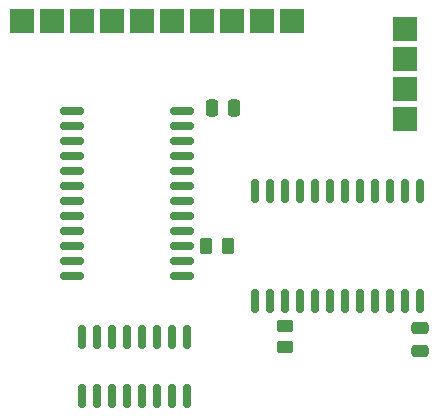
<source format=gbr>
%TF.GenerationSoftware,KiCad,Pcbnew,(6.0.11-0)*%
%TF.CreationDate,2023-04-24T19:25:08-04:00*%
%TF.ProjectId,ClickerController,436c6963-6b65-4724-936f-6e74726f6c6c,rev?*%
%TF.SameCoordinates,Original*%
%TF.FileFunction,Paste,Top*%
%TF.FilePolarity,Positive*%
%FSLAX46Y46*%
G04 Gerber Fmt 4.6, Leading zero omitted, Abs format (unit mm)*
G04 Created by KiCad (PCBNEW (6.0.11-0)) date 2023-04-24 19:25:08*
%MOMM*%
%LPD*%
G01*
G04 APERTURE LIST*
G04 Aperture macros list*
%AMRoundRect*
0 Rectangle with rounded corners*
0 $1 Rounding radius*
0 $2 $3 $4 $5 $6 $7 $8 $9 X,Y pos of 4 corners*
0 Add a 4 corners polygon primitive as box body*
4,1,4,$2,$3,$4,$5,$6,$7,$8,$9,$2,$3,0*
0 Add four circle primitives for the rounded corners*
1,1,$1+$1,$2,$3*
1,1,$1+$1,$4,$5*
1,1,$1+$1,$6,$7*
1,1,$1+$1,$8,$9*
0 Add four rect primitives between the rounded corners*
20,1,$1+$1,$2,$3,$4,$5,0*
20,1,$1+$1,$4,$5,$6,$7,0*
20,1,$1+$1,$6,$7,$8,$9,0*
20,1,$1+$1,$8,$9,$2,$3,0*%
G04 Aperture macros list end*
%ADD10RoundRect,0.150000X-0.875000X-0.150000X0.875000X-0.150000X0.875000X0.150000X-0.875000X0.150000X0*%
%ADD11R,2.000000X2.000000*%
%ADD12RoundRect,0.250000X0.262500X0.450000X-0.262500X0.450000X-0.262500X-0.450000X0.262500X-0.450000X0*%
%ADD13RoundRect,0.250000X0.475000X-0.250000X0.475000X0.250000X-0.475000X0.250000X-0.475000X-0.250000X0*%
%ADD14RoundRect,0.250000X0.250000X0.475000X-0.250000X0.475000X-0.250000X-0.475000X0.250000X-0.475000X0*%
%ADD15RoundRect,0.150000X-0.150000X0.825000X-0.150000X-0.825000X0.150000X-0.825000X0.150000X0.825000X0*%
%ADD16RoundRect,0.250000X-0.450000X0.262500X-0.450000X-0.262500X0.450000X-0.262500X0.450000X0.262500X0*%
%ADD17RoundRect,0.150000X-0.150000X0.875000X-0.150000X-0.875000X0.150000X-0.875000X0.150000X0.875000X0*%
G04 APERTURE END LIST*
D10*
%TO.C,U1*%
X141400000Y-68580000D03*
X141400000Y-69850000D03*
X141400000Y-71120000D03*
X141400000Y-72390000D03*
X141400000Y-73660000D03*
X141400000Y-74930000D03*
X141400000Y-76200000D03*
X141400000Y-77470000D03*
X141400000Y-78740000D03*
X141400000Y-80010000D03*
X141400000Y-81280000D03*
X141400000Y-82550000D03*
X150700000Y-82550000D03*
X150700000Y-81280000D03*
X150700000Y-80010000D03*
X150700000Y-78740000D03*
X150700000Y-77470000D03*
X150700000Y-76200000D03*
X150700000Y-74930000D03*
X150700000Y-73660000D03*
X150700000Y-72390000D03*
X150700000Y-71120000D03*
X150700000Y-69850000D03*
X150700000Y-68580000D03*
%TD*%
D11*
%TO.C,J3*%
X160020000Y-60960000D03*
X157480000Y-60960000D03*
X154940000Y-60960000D03*
X152400000Y-60960000D03*
X149860000Y-60960000D03*
X147320000Y-60960000D03*
X144780000Y-60960000D03*
X142240000Y-60960000D03*
X139700000Y-60960000D03*
X137160000Y-60960000D03*
%TD*%
D12*
%TO.C,R2*%
X154582500Y-80010000D03*
X152757500Y-80010000D03*
%TD*%
D11*
%TO.C,J4*%
X169545000Y-69215000D03*
X169545000Y-66675000D03*
X169545000Y-64135000D03*
X169545000Y-61595000D03*
%TD*%
D13*
%TO.C,C1*%
X170815000Y-88834000D03*
X170815000Y-86934000D03*
%TD*%
D14*
%TO.C,C2*%
X155128000Y-68326000D03*
X153228000Y-68326000D03*
%TD*%
D15*
%TO.C,U3*%
X151130000Y-87695000D03*
X149860000Y-87695000D03*
X148590000Y-87695000D03*
X147320000Y-87695000D03*
X146050000Y-87695000D03*
X144780000Y-87695000D03*
X143510000Y-87695000D03*
X142240000Y-87695000D03*
X142240000Y-92645000D03*
X143510000Y-92645000D03*
X144780000Y-92645000D03*
X146050000Y-92645000D03*
X147320000Y-92645000D03*
X148590000Y-92645000D03*
X149860000Y-92645000D03*
X151130000Y-92645000D03*
%TD*%
D16*
%TO.C,R1*%
X159385000Y-86717500D03*
X159385000Y-88542500D03*
%TD*%
D17*
%TO.C,U2*%
X170815000Y-75360000D03*
X169545000Y-75360000D03*
X168275000Y-75360000D03*
X167005000Y-75360000D03*
X165735000Y-75360000D03*
X164465000Y-75360000D03*
X163195000Y-75360000D03*
X161925000Y-75360000D03*
X160655000Y-75360000D03*
X159385000Y-75360000D03*
X158115000Y-75360000D03*
X156845000Y-75360000D03*
X156845000Y-84660000D03*
X158115000Y-84660000D03*
X159385000Y-84660000D03*
X160655000Y-84660000D03*
X161925000Y-84660000D03*
X163195000Y-84660000D03*
X164465000Y-84660000D03*
X165735000Y-84660000D03*
X167005000Y-84660000D03*
X168275000Y-84660000D03*
X169545000Y-84660000D03*
X170815000Y-84660000D03*
%TD*%
M02*

</source>
